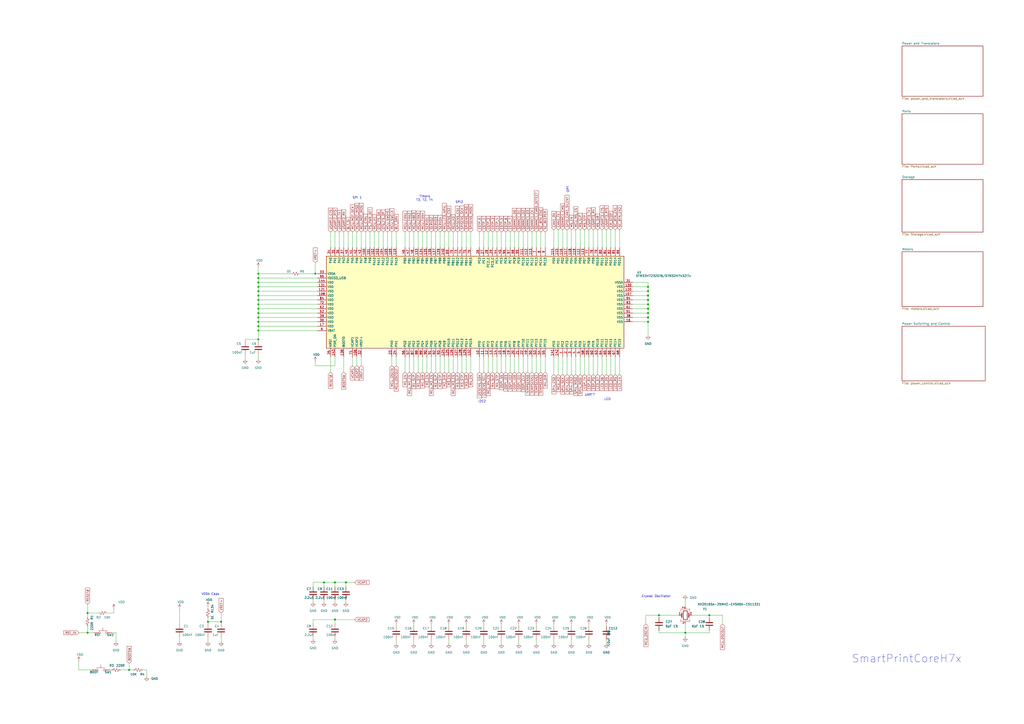
<source format=kicad_sch>
(kicad_sch (version 20230121) (generator eeschema)
  (paper "A2")
  (title_block (title "MCU and Supporting Circuit") (date "2024-01-18") (rev "1") (company "Boltz R&D") (comment 1 "License: This work is licensed under CC BY-SA 4.0 "))
  (junction (at 375.92 184.15))
  (junction (at 411.48 356.87))
  (junction (at 194.31 337.82))
  (junction (at 397.51 367.03))
  (junction (at 375.92 168.91))
  (junction (at 375.92 181.61))
  (junction (at 149.86 166.37))
  (junction (at 149.86 181.61))
  (junction (at 149.86 186.69))
  (junction (at 375.92 171.45))
  (junction (at 74.93 388.62))
  (junction (at 149.86 158.75))
  (junction (at 149.86 168.91))
  (junction (at 149.86 179.07))
  (junction (at 149.86 184.15))
  (junction (at 149.86 163.83))
  (junction (at 149.86 173.99))
  (junction (at 187.96 337.82))
  (junction (at 375.92 186.69))
  (junction (at 182.88 158.75))
  (junction (at 50.8 367.03))
  (junction (at 50.8 355.6))
  (junction (at 375.92 166.37))
  (junction (at 149.86 196.85))
  (junction (at 149.86 176.53))
  (junction (at 149.86 191.77))
  (junction (at 200.66 337.82))
  (junction (at 382.27 356.87))
  (junction (at 128.27 360.68))
  (junction (at 194.31 359.41))
  (junction (at 120.65 360.68))
  (junction (at 149.86 161.29))
  (junction (at 375.92 173.99))
  (junction (at 375.92 176.53))
  (junction (at 375.92 179.07))
  (junction (at 149.86 171.45))
  (junction (at 149.86 189.23))
  (wire (pts (xy 194.31 337.82) (xy 200.66 337.82)))
  (wire (pts (xy 128.27 355.6) (xy 128.27 360.68)))
  (wire (pts (xy 375.92 186.69) (xy 375.92 194.31)))
  (wire (pts (xy 356.87 217.17) (xy 356.87 207.01)))
  (wire (pts (xy 270.51 373.38) (xy 270.51 370.84)))
  (wire (pts (xy 339.09 217.17) (xy 339.09 207.01)))
  (wire (pts (xy 181.61 340.36) (xy 181.61 337.82)))
  (wire (pts (xy 240.03 134.62) (xy 240.03 143.51)))
  (wire (pts (xy 375.92 184.15) (xy 367.03 184.15)))
  (wire (pts (xy 181.61 361.95) (xy 181.61 359.41)))
  (wire (pts (xy 260.35 361.95) (xy 260.35 363.22)))
  (wire (pts (xy 212.09 134.62) (xy 212.09 143.51)))
  (wire (pts (xy 375.92 168.91) (xy 375.92 166.37)))
  (wire (pts (xy 149.86 166.37) (xy 184.15 166.37)))
  (wire (pts (xy 207.01 134.62) (xy 207.01 143.51)))
  (wire (pts (xy 331.47 133.35) (xy 331.47 143.51)))
  (wire (pts (xy 316.23 215.9) (xy 316.23 207.01)))
  (wire (pts (xy 194.31 370.84) (xy 194.31 369.57)))
  (wire (pts (xy 300.99 215.9) (xy 300.99 207.01)))
  (wire (pts (xy 199.39 134.62) (xy 199.39 143.51)))
  (wire (pts (xy 142.24 196.85) (xy 149.86 196.85)))
  (wire (pts (xy 339.09 133.35) (xy 339.09 143.51)))
  (wire (pts (xy 326.39 133.35) (xy 326.39 143.51)))
  (wire (pts (xy 290.83 134.62) (xy 290.83 143.51)))
  (wire (pts (xy 104.14 353.06) (xy 104.14 361.95)))
  (wire (pts (xy 397.51 367.03) (xy 397.51 369.57)))
  (wire (pts (xy 334.01 217.17) (xy 334.01 207.01)))
  (wire (pts (xy 273.05 215.9) (xy 273.05 207.01)))
  (wire (pts (xy 50.8 355.6) (xy 50.8 358.14)))
  (wire (pts (xy 182.88 158.75) (xy 184.15 158.75)))
  (wire (pts (xy 313.69 207.01) (xy 313.69 215.9)))
  (wire (pts (xy 194.31 134.62) (xy 194.31 143.51)))
  (wire (pts (xy 149.86 161.29) (xy 149.86 163.83)))
  (wire (pts (xy 260.35 215.9) (xy 260.35 207.01)))
  (wire (pts (xy 149.86 166.37) (xy 149.86 168.91)))
  (wire (pts (xy 375.92 181.61) (xy 367.03 181.61)))
  (wire (pts (xy 149.86 158.75) (xy 168.91 158.75)))
  (wire (pts (xy 149.86 184.15) (xy 184.15 184.15)))
  (wire (pts (xy 64.77 388.62) (xy 63.5 388.62)))
  (wire (pts (xy 54.61 367.03) (xy 50.8 367.03)))
  (wire (pts (xy 149.86 181.61) (xy 149.86 184.15)))
  (wire (pts (xy 293.37 134.62) (xy 293.37 143.51)))
  (wire (pts (xy 240.03 215.9) (xy 240.03 207.01)))
  (wire (pts (xy 382.27 365.76) (xy 382.27 367.03)))
  (wire (pts (xy 283.21 215.9) (xy 283.21 207.01)))
  (wire (pts (xy 149.86 163.83) (xy 184.15 163.83)))
  (wire (pts (xy 280.67 215.9) (xy 280.67 207.01)))
  (wire (pts (xy 356.87 143.51) (xy 356.87 133.35)))
  (wire (pts (xy 149.86 176.53) (xy 149.86 179.07)))
  (wire (pts (xy 237.49 215.9) (xy 237.49 207.01)))
  (wire (pts (xy 375.92 181.61) (xy 375.92 179.07)))
  (wire (pts (xy 128.27 369.57) (xy 128.27 372.11)))
  (wire (pts (xy 419.1 361.95) (xy 419.1 356.87)))
  (wire (pts (xy 401.32 356.87) (xy 411.48 356.87)))
  (wire (pts (xy 149.86 181.61) (xy 184.15 181.61)))
  (wire (pts (xy 250.19 215.9) (xy 250.19 207.01)))
  (wire (pts (xy 270.51 361.95) (xy 270.51 363.22)))
  (wire (pts (xy 66.04 353.06) (xy 66.04 355.6)))
  (wire (pts (xy 191.77 134.62) (xy 191.77 143.51)))
  (wire (pts (xy 234.95 215.9) (xy 234.95 207.01)))
  (wire (pts (xy 346.71 217.17) (xy 346.71 207.01)))
  (wire (pts (xy 336.55 133.35) (xy 336.55 143.51)))
  (wire (pts (xy 181.61 337.82) (xy 187.96 337.82)))
  (wire (pts (xy 351.79 361.95) (xy 351.79 363.22)))
  (wire (pts (xy 45.72 388.62) (xy 53.34 388.62)))
  (wire (pts (xy 262.89 215.9) (xy 262.89 207.01)))
  (wire (pts (xy 300.99 134.62) (xy 300.99 143.51)))
  (wire (pts (xy 194.31 349.25) (xy 194.31 347.98)))
  (wire (pts (xy 316.23 134.62) (xy 316.23 143.51)))
  (wire (pts (xy 354.33 217.17) (xy 354.33 207.01)))
  (wire (pts (xy 149.86 205.74) (xy 149.86 208.28)))
  (wire (pts (xy 411.48 367.03) (xy 397.51 367.03)))
  (wire (pts (xy 285.75 215.9) (xy 285.75 207.01)))
  (wire (pts (xy 204.47 212.09) (xy 204.47 207.01)))
  (wire (pts (xy 120.65 351.79) (xy 120.65 353.06)))
  (wire (pts (xy 149.86 168.91) (xy 149.86 171.45)))
  (wire (pts (xy 349.25 217.17) (xy 349.25 207.01)))
  (wire (pts (xy 67.31 367.03) (xy 67.31 372.11)))
  (wire (pts (xy 149.86 189.23) (xy 149.86 191.77)))
  (wire (pts (xy 149.86 184.15) (xy 149.86 186.69)))
  (wire (pts (xy 50.8 350.52) (xy 50.8 355.6)))
  (wire (pts (xy 229.87 207.01) (xy 229.87 212.09)))
  (wire (pts (xy 149.86 161.29) (xy 184.15 161.29)))
  (wire (pts (xy 260.35 134.62) (xy 260.35 143.51)))
  (wire (pts (xy 149.86 186.69) (xy 184.15 186.69)))
  (wire (pts (xy 50.8 363.22) (xy 50.8 367.03)))
  (wire (pts (xy 308.61 207.01) (xy 308.61 215.9)))
  (wire (pts (xy 66.04 355.6) (xy 62.23 355.6)))
  (wire (pts (xy 194.31 359.41) (xy 194.31 361.95)))
  (wire (pts (xy 227.33 134.62) (xy 227.33 143.51)))
  (wire (pts (xy 120.65 360.68) (xy 128.27 360.68)))
  (wire (pts (xy 311.15 207.01) (xy 311.15 215.9)))
  (wire (pts (xy 257.81 134.62) (xy 257.81 143.51)))
  (wire (pts (xy 375.92 171.45) (xy 367.03 171.45)))
  (wire (pts (xy 200.66 337.82) (xy 200.66 340.36)))
  (wire (pts (xy 149.86 163.83) (xy 149.86 166.37)))
  (wire (pts (xy 303.53 134.62) (xy 303.53 143.51)))
  (wire (pts (xy 306.07 207.01) (xy 306.07 215.9)))
  (wire (pts (xy 257.81 215.9) (xy 257.81 207.01)))
  (wire (pts (xy 306.07 134.62) (xy 306.07 143.51)))
  (wire (pts (xy 149.86 196.85) (xy 149.86 198.12)))
  (wire (pts (xy 375.92 179.07) (xy 367.03 179.07)))
  (wire (pts (xy 149.86 173.99) (xy 149.86 176.53)))
  (wire (pts (xy 311.15 373.38) (xy 311.15 370.84)))
  (wire (pts (xy 181.61 359.41) (xy 194.31 359.41)))
  (wire (pts (xy 288.29 215.9) (xy 288.29 207.01)))
  (wire (pts (xy 411.48 365.76) (xy 411.48 367.03)))
  (wire (pts (xy 214.63 134.62) (xy 214.63 143.51)))
  (wire (pts (xy 242.57 215.9) (xy 242.57 207.01)))
  (wire (pts (xy 224.79 134.62) (xy 224.79 143.51)))
  (wire (pts (xy 298.45 134.62) (xy 298.45 143.51)))
  (wire (pts (xy 181.61 347.98) (xy 181.61 349.25)))
  (wire (pts (xy 290.83 373.38) (xy 290.83 370.84)))
  (wire (pts (xy 280.67 361.95) (xy 280.67 363.22)))
  (wire (pts (xy 375.92 176.53) (xy 367.03 176.53)))
  (wire (pts (xy 222.25 134.62) (xy 222.25 143.51)))
  (wire (pts (xy 149.86 186.69) (xy 149.86 189.23)))
  (wire (pts (xy 295.91 215.9) (xy 295.91 207.01)))
  (wire (pts (xy 354.33 143.51) (xy 354.33 133.35)))
  (wire (pts (xy 149.86 168.91) (xy 184.15 168.91)))
  (wire (pts (xy 270.51 134.62) (xy 270.51 143.51)))
  (wire (pts (xy 200.66 337.82) (xy 205.74 337.82)))
  (wire (pts (xy 187.96 337.82) (xy 187.96 340.36)))
  (wire (pts (xy 250.19 373.38) (xy 250.19 370.84)))
  (wire (pts (xy 255.27 215.9) (xy 255.27 207.01)))
  (wire (pts (xy 149.86 179.07) (xy 149.86 181.61)))
  (wire (pts (xy 300.99 373.38) (xy 300.99 370.84)))
  (wire (pts (xy 260.35 373.38) (xy 260.35 370.84)))
  (wire (pts (xy 250.19 361.95) (xy 250.19 363.22)))
  (wire (pts (xy 149.86 158.75) (xy 149.86 161.29)))
  (wire (pts (xy 311.15 134.62) (xy 311.15 143.51)))
  (wire (pts (xy 341.63 361.95) (xy 341.63 363.22)))
  (wire (pts (xy 149.86 189.23) (xy 184.15 189.23)))
  (wire (pts (xy 182.88 212.09) (xy 182.88 209.55)))
  (wire (pts (xy 321.31 133.35) (xy 321.31 143.51)))
  (wire (pts (xy 280.67 134.62) (xy 280.67 143.51)))
  (wire (pts (xy 375.92 173.99) (xy 367.03 173.99)))
  (wire (pts (xy 182.88 152.4) (xy 182.88 158.75)))
  (wire (pts (xy 149.86 176.53) (xy 184.15 176.53)))
  (wire (pts (xy 64.77 367.03) (xy 67.31 367.03)))
  (wire (pts (xy 120.65 372.11) (xy 120.65 369.57)))
  (wire (pts (xy 229.87 134.62) (xy 229.87 143.51)))
  (wire (pts (xy 303.53 215.9) (xy 303.53 207.01)))
  (wire (pts (xy 209.55 134.62) (xy 209.55 143.51)))
  (wire (pts (xy 411.48 356.87) (xy 411.48 358.14)))
  (wire (pts (xy 204.47 134.62) (xy 204.47 143.51)))
  (wire (pts (xy 323.85 207.01) (xy 323.85 217.17)))
  (wire (pts (xy 240.03 373.38) (xy 240.03 370.84)))
  (wire (pts (xy 149.86 179.07) (xy 184.15 179.07)))
  (wire (pts (xy 142.24 208.28) (xy 142.24 205.74)))
  (wire (pts (xy 375.92 184.15) (xy 375.92 181.61)))
  (wire (pts (xy 69.85 388.62) (xy 74.93 388.62)))
  (wire (pts (xy 262.89 134.62) (xy 262.89 143.51)))
  (wire (pts (xy 283.21 134.62) (xy 283.21 143.51)))
  (wire (pts (xy 85.09 388.62) (xy 85.09 392.43)))
  (wire (pts (xy 334.01 133.35) (xy 334.01 143.51)))
  (wire (pts (xy 149.86 154.94) (xy 149.86 158.75)))
  (wire (pts (xy 336.55 217.17) (xy 336.55 207.01)))
  (wire (pts (xy 397.51 361.95) (xy 397.51 367.03)))
  (wire (pts (xy 341.63 373.38) (xy 341.63 370.84)))
  (wire (pts (xy 331.47 373.38) (xy 331.47 370.84)))
  (wire (pts (xy 247.65 215.9) (xy 247.65 207.01)))
  (wire (pts (xy 293.37 215.9) (xy 293.37 207.01)))
  (wire (pts (xy 308.61 134.62) (xy 308.61 143.51)))
  (wire (pts (xy 250.19 134.62) (xy 250.19 143.51)))
  (wire (pts (xy 298.45 215.9) (xy 298.45 207.01)))
  (wire (pts (xy 217.17 134.62) (xy 217.17 143.51)))
  (wire (pts (xy 331.47 361.95) (xy 331.47 363.22)))
  (wire (pts (xy 237.49 134.62) (xy 237.49 143.51)))
  (wire (pts (xy 328.93 143.51) (xy 328.93 133.35)))
  (wire (pts (xy 326.39 217.17) (xy 326.39 207.01)))
  (wire (pts (xy 278.13 134.62) (xy 278.13 143.51)))
  (wire (pts (xy 229.87 361.95) (xy 229.87 363.22)))
  (wire (pts (xy 149.86 191.77) (xy 184.15 191.77)))
  (wire (pts (xy 273.05 134.62) (xy 273.05 143.51)))
  (wire (pts (xy 201.93 134.62) (xy 201.93 143.51)))
  (wire (pts (xy 229.87 373.38) (xy 229.87 370.84)))
  (wire (pts (xy 351.79 373.38) (xy 351.79 370.84)))
  (wire (pts (xy 149.86 171.45) (xy 184.15 171.45)))
  (wire (pts (xy 181.61 369.57) (xy 181.61 370.84)))
  (wire (pts (xy 375.92 186.69) (xy 375.92 184.15)))
  (wire (pts (xy 240.03 361.95) (xy 240.03 363.22)))
  (wire (pts (xy 341.63 217.17) (xy 341.63 207.01)))
  (wire (pts (xy 311.15 361.95) (xy 311.15 363.22)))
  (wire (pts (xy 194.31 207.01) (xy 194.31 212.09)))
  (wire (pts (xy 194.31 337.82) (xy 194.31 340.36)))
  (wire (pts (xy 270.51 215.9) (xy 270.51 207.01)))
  (wire (pts (xy 82.55 388.62) (xy 85.09 388.62)))
  (wire (pts (xy 359.41 217.17) (xy 359.41 207.01)))
  (wire (pts (xy 375.92 166.37) (xy 367.03 166.37)))
  (wire (pts (xy 300.99 361.95) (xy 300.99 363.22)))
  (wire (pts (xy 321.31 373.38) (xy 321.31 370.84)))
  (wire (pts (xy 245.11 215.9) (xy 245.11 207.01)))
  (wire (pts (xy 382.27 367.03) (xy 397.51 367.03)))
  (wire (pts (xy 242.57 134.62) (xy 242.57 143.51)))
  (wire (pts (xy 247.65 134.62) (xy 247.65 143.51)))
  (wire (pts (xy 74.93 388.62) (xy 77.47 388.62)))
  (wire (pts (xy 290.83 215.9) (xy 290.83 207.01)))
  (wire (pts (xy 149.86 171.45) (xy 149.86 173.99)))
  (wire (pts (xy 128.27 360.68) (xy 128.27 361.95)))
  (wire (pts (xy 280.67 373.38) (xy 280.67 370.84)))
  (wire (pts (xy 194.31 359.41) (xy 205.74 359.41)))
  (wire (pts (xy 207.01 207.01) (xy 207.01 212.09)))
  (wire (pts (xy 173.99 158.75) (xy 182.88 158.75)))
  (wire (pts (xy 267.97 215.9) (xy 267.97 207.01)))
  (wire (pts (xy 196.85 134.62) (xy 196.85 143.51)))
  (wire (pts (xy 255.27 134.62) (xy 255.27 143.51)))
  (wire (pts (xy 285.75 134.62) (xy 285.75 143.51)))
  (wire (pts (xy 187.96 347.98) (xy 187.96 349.25)))
  (wire (pts (xy 234.95 134.62) (xy 234.95 143.51)))
  (wire (pts (xy 375.92 173.99) (xy 375.92 171.45)))
  (wire (pts (xy 265.43 134.62) (xy 265.43 143.51)))
  (wire (pts (xy 199.39 207.01) (xy 199.39 215.9)))
  (wire (pts (xy 331.47 207.01) (xy 331.47 217.17)))
  (wire (pts (xy 288.29 134.62) (xy 288.29 143.51)))
  (wire (pts (xy 321.31 361.95) (xy 321.31 363.22)))
  (wire (pts (xy 252.73 134.62) (xy 252.73 143.51)))
  (wire (pts (xy 104.14 372.11) (xy 104.14 369.57)))
  (wire (pts (xy 245.11 134.62) (xy 245.11 143.51)))
  (wire (pts (xy 419.1 356.87) (xy 411.48 356.87)))
  (wire (pts (xy 375.92 171.45) (xy 375.92 168.91)))
  (wire (pts (xy 227.33 207.01) (xy 227.33 212.09)))
  (wire (pts (xy 74.93 384.81) (xy 74.93 388.62)))
  (wire (pts (xy 45.72 367.03) (xy 50.8 367.03)))
  (wire (pts (xy 252.73 215.9) (xy 252.73 207.01)))
  (wire (pts (xy 359.41 143.51) (xy 359.41 133.35)))
  (wire (pts (xy 393.7 356.87) (xy 382.27 356.87)))
  (wire (pts (xy 375.92 168.91) (xy 367.03 168.91)))
  (wire (pts (xy 351.79 133.35) (xy 351.79 143.51)))
  (wire (pts (xy 375.92 179.07) (xy 375.92 176.53)))
  (wire (pts (xy 120.65 358.14) (xy 120.65 360.68)))
  (wire (pts (xy 295.91 134.62) (xy 295.91 143.51)))
  (wire (pts (xy 328.93 207.01) (xy 328.93 217.17)))
  (wire (pts (xy 346.71 133.35) (xy 346.71 143.51)))
  (wire (pts (xy 375.92 166.37) (xy 375.92 163.83)))
  (wire (pts (xy 265.43 215.9) (xy 265.43 207.01)))
  (wire (pts (xy 120.65 361.95) (xy 120.65 360.68)))
  (wire (pts (xy 321.31 207.01) (xy 321.31 217.17)))
  (wire (pts (xy 191.77 207.01) (xy 191.77 215.9)))
  (wire (pts (xy 375.92 176.53) (xy 375.92 173.99)))
  (wire (pts (xy 45.72 383.54) (xy 45.72 388.62)))
  (wire (pts (xy 382.27 356.87) (xy 382.27 358.14)))
  (wire (pts (xy 290.83 361.95) (xy 290.83 363.22)))
  (wire (pts (xy 375.92 163.83) (xy 367.03 163.83)))
  (wire (pts (xy 200.66 349.25) (xy 200.66 347.98)))
  (wire (pts (xy 149.86 191.77) (xy 149.86 196.85)))
  (wire (pts (xy 351.79 217.17) (xy 351.79 207.01)))
  (wire (pts (xy 149.86 173.99) (xy 184.15 173.99)))
  (wire (pts (xy 209.55 207.01) (xy 209.55 212.09)))
  (wire (pts (xy 194.31 212.09) (xy 182.88 212.09)))
  (wire (pts (xy 219.71 134.62) (xy 219.71 143.51)))
  (wire (pts (xy 278.13 215.9) (xy 278.13 207.01)))
  (wire (pts (xy 341.63 133.35) (xy 341.63 143.51)))
  (wire (pts (xy 344.17 217.17) (xy 344.17 207.01)))
  (wire (pts (xy 374.65 361.95) (xy 374.65 356.87)))
  (wire (pts (xy 187.96 337.82) (xy 194.31 337.82)))
  (wire (pts (xy 374.65 356.87) (xy 382.27 356.87)))
  (wire (pts (xy 313.69 134.62) (xy 313.69 143.51)))
  (wire (pts (xy 344.17 133.35) (xy 344.17 143.51)))
  (wire (pts (xy 349.25 133.35) (xy 349.25 143.51)))
  (wire (pts (xy 142.24 198.12) (xy 142.24 196.85)))
  (wire (pts (xy 375.92 186.69) (xy 367.03 186.69)))
  (wire (pts (xy 397.51 347.98) (xy 397.51 351.79)))
  (wire (pts (xy 267.97 134.62) (xy 267.97 143.51)))
  (wire (pts (xy 50.8 355.6) (xy 57.15 355.6)))
  (wire (pts (xy 323.85 133.35) (xy 323.85 143.51)))
  (text "SPI2" (at 264.16 118.11 0) (effects (font (size 1.27 1.27)) (justify left bottom)))
  (text "Crystal Oscillator" (at 372.11 346.71 0) (effects (font (size 1.27 1.27)) (justify left bottom)))
  (text "SPI 1" (at 204.47 115.57 0) (effects (font (size 1.27 1.27)) (justify left bottom)))
  (text "  Timers\nT3, T2, T4" (at 241.3 116.84 0) (effects (font (size 1.27 1.27)) (justify left bottom)))
  (text "UART7" (at 339.09 229.87 0) (effects (font (size 1.27 1.27)) (justify left bottom)))
  (text "OPT" (at 330.2 111.76 90) (effects (font (size 1.27 1.27)) (justify left bottom)))
  (text "I2C2" (at 281.94 233.68 0) (effects (font (size 1.27 1.27)) (justify right bottom)))
  (text "SmartPrintCoreH7x" (at 494.03 384.81 0) (effects (font (size 4.5 4.5)) (justify left bottom)))
  (text "VDDA Caps" (at 116.84 345.44 0) (effects (font (size 1.27 1.27)) (justify left bottom)))
  (text "LCD" (at 350.52 232.41 0) (effects (font (size 1.27 1.27)) (justify left bottom)))
  (global_label "LCD_D7" (shape input) (at 346.71 217.17 270) (property "Intersheetrefs" "${INTERSHEET_REFS}" (effects hide)))
  (global_label "M1_DIR" (shape input) (at 245.11 215.9 270) (property "Intersheetrefs" "${INTERSHEET_REFS}" (effects hide)))
  (global_label "MCU_HBED" (shape input) (at 240.03 134.62 90) (property "Intersheetrefs" "${INTERSHEET_REFS}" (effects hide)))
  (global_label "OSPI_IO2" (shape input) (at 295.91 215.9 270) (property "Intersheetrefs" "${INTERSHEET_REFS}" (effects hide)))
  (global_label "SDMMC1_D0" (shape input) (at 298.45 134.62 90) (property "Intersheetrefs" "${INTERSHEET_REFS}" (effects hide)))
  (global_label "MCU_H1" (shape input) (at 217.17 134.62 90) (property "Intersheetrefs" "${INTERSHEET_REFS}" (effects hide)))
  (global_label "ESP_PD" (shape input) (at 344.17 217.17 270) (property "Intersheetrefs" "${INTERSHEET_REFS}" (effects hide)))
  (global_label "SDMMC1_CMD" (shape input) (at 326.39 133.35 90) (property "Intersheetrefs" "${INTERSHEET_REFS}" (effects hide)))
  (global_label "SERVO2" (shape input) (at 250.19 134.62 90) (property "Intersheetrefs" "${INTERSHEET_REFS}" (effects hide)))
  (global_label "SPI4_CS0" (shape input) (at 321.31 217.17 270) (property "Intersheetrefs" "${INTERSHEET_REFS}" (effects hide)))
  (global_label "VCAP1" (shape input) (at 205.74 337.82 0) (property "Intersheetrefs" "${INTERSHEET_REFS}" (effects hide)))
  (global_label "MCU_FAN3" (shape input) (at 242.57 134.62 90) (property "Intersheetrefs" "${INTERSHEET_REFS}" (effects hide)))
  (global_label "M3_STP" (shape input) (at 267.97 215.9 270) (property "Intersheetrefs" "${INTERSHEET_REFS}" (effects hide)))
  (global_label "ESTP_7" (shape input) (at 295.91 134.62 90) (property "Intersheetrefs" "${INTERSHEET_REFS}" (effects hide)))
  (global_label "MCU_MOT_MISO" (shape input) (at 207.01 134.62 90) (property "Intersheetrefs" "${INTERSHEET_REFS}" (effects hide)))
  (global_label "M5_DIR" (shape input) (at 346.71 133.35 90) (property "Intersheetrefs" "${INTERSHEET_REFS}" (effects hide)))
  (global_label "USART3_TX" (shape input) (at 341.63 133.35 90) (property "Intersheetrefs" "${INTERSHEET_REFS}" (effects hide)))
  (global_label "MCU_SWDIO" (shape input) (at 224.79 134.62 90) (property "Intersheetrefs" "${INTERSHEET_REFS}" (effects hide)))
  (global_label "ESTP_1" (shape input) (at 280.67 134.62 90) (property "Intersheetrefs" "${INTERSHEET_REFS}" (effects hide)))
  (global_label "MCU_MOT_MOSI" (shape input) (at 209.55 134.62 90) (property "Intersheetrefs" "${INTERSHEET_REFS}" (effects hide)))
  (global_label "OTG_FS_DP" (shape input) (at 222.25 134.62 90) (property "Intersheetrefs" "${INTERSHEET_REFS}" (effects hide)))
  (global_label "MCU_OSCOUT" (shape input) (at 419.1 361.95 270) (property "Intersheetrefs" "${INTERSHEET_REFS}" (effects hide)))
  (global_label "MCU_FAN4" (shape input) (at 245.11 134.62 90) (property "Intersheetrefs" "${INTERSHEET_REFS}" (effects hide)))
  (global_label "M1_SLP" (shape input) (at 240.03 215.9 270) (property "Intersheetrefs" "${INTERSHEET_REFS}" (effects hide)))
  (global_label "SC_BTN_EN1" (shape input) (at 356.87 133.35 90) (property "Intersheetrefs" "${INTERSHEET_REFS}" (effects hide)))
  (global_label "SERVO4" (shape input) (at 255.27 134.62 90) (property "Intersheetrefs" "${INTERSHEET_REFS}" (effects hide)))
  (global_label "SPI4_MOSI" (shape input) (at 336.55 217.17 270) (property "Intersheetrefs" "${INTERSHEET_REFS}" (effects hide)))
  (global_label "LCD_D4" (shape input) (at 354.33 217.17 270) (property "Intersheetrefs" "${INTERSHEET_REFS}" (effects hide)))
  (global_label "MCU_OSCIN" (shape input) (at 227.33 212.09 270) (property "Intersheetrefs" "${INTERSHEET_REFS}" (effects hide)))
  (global_label "VREF+" (shape input) (at 128.27 355.6 90) (property "Intersheetrefs" "${INTERSHEET_REFS}" (effects hide)))
  (global_label "LCD_EN" (shape input) (at 359.41 217.17 270) (property "Intersheetrefs" "${INTERSHEET_REFS}" (effects hide)))
  (global_label "OSPI_CLK" (shape input) (at 303.53 215.9 270) (property "Intersheetrefs" "${INTERSHEET_REFS}" (effects hide)))
  (global_label "MCU_FAN1" (shape input) (at 234.95 134.62 90) (property "Intersheetrefs" "${INTERSHEET_REFS}" (effects hide)))
  (global_label "RESET#" (shape input) (at 50.8 350.52 90) (property "Intersheetrefs" "${INTERSHEET_REFS}" (effects hide)))
  (global_label "ESTP_2" (shape input) (at 283.21 134.62 90) (property "Intersheetrefs" "${INTERSHEET_REFS}" (effects hide)))
  (global_label "SDMMC1_CARD_DETECT" (shape input) (at 311.15 134.62 90) (property "Intersheetrefs" "${INTERSHEET_REFS}" (effects hide)))
  (global_label "M2_SLP" (shape input) (at 252.73 215.9 270) (property "Intersheetrefs" "${INTERSHEET_REFS}" (effects hide)))
  (global_label "M4_DIR" (shape input) (at 316.23 215.9 270) (property "Intersheetrefs" "${INTERSHEET_REFS}" (effects hide)))
  (global_label "SPI4_MISO" (shape input) (at 334.01 217.17 270) (property "Intersheetrefs" "${INTERSHEET_REFS}" (effects hide)))
  (global_label "RESET#" (shape input) (at 191.77 215.9 270) (property "Intersheetrefs" "${INTERSHEET_REFS}" (effects hide)))
  (global_label "GPIO_CAN1_SILENT" (shape input) (at 328.93 133.35 90) (property "Intersheetrefs" "${INTERSHEET_REFS}" (effects hide)))
  (global_label "ESP_TX" (shape input) (at 339.09 217.17 270) (property "Intersheetrefs" "${INTERSHEET_REFS}" (effects hide)))
  (global_label "SPISENS_CS1" (shape input) (at 265.43 134.62 90) (property "Intersheetrefs" "${INTERSHEET_REFS}" (effects hide)))
  (global_label "M5_STP" (shape input) (at 339.09 133.35 90) (property "Intersheetrefs" "${INTERSHEET_REFS}" (effects hide)))
  (global_label "M4_SLP" (shape input) (at 285.75 215.9 270) (property "Intersheetrefs" "${INTERSHEET_REFS}" (effects hide)))
  (global_label "ESTP_0" (shape input) (at 278.13 134.62 90) (property "Intersheetrefs" "${INTERSHEET_REFS}" (effects hide)))
  (global_label "M5_EN" (shape input) (at 331.47 133.35 90) (property "Intersheetrefs" "${INTERSHEET_REFS}" (effects hide)))
  (global_label "ESTP_3" (shape input) (at 285.75 134.62 90) (property "Intersheetrefs" "${INTERSHEET_REFS}" (effects hide)))
  (global_label "M3_SLP" (shape input) (at 265.43 215.9 270) (property "Intersheetrefs" "${INTERSHEET_REFS}" (effects hide)))
  (global_label "OSPI_IO3" (shape input) (at 293.37 215.9 270) (property "Intersheetrefs" "${INTERSHEET_REFS}" (effects hide)))
  (global_label "SDMMC1_D1" (shape input) (at 300.99 134.62 90) (property "Intersheetrefs" "${INTERSHEET_REFS}" (effects hide)))
  (global_label "USART3_RTS" (shape input) (at 351.79 133.35 90) (property "Intersheetrefs" "${INTERSHEET_REFS}" (effects hide)))
  (global_label "SERVO1" (shape input) (at 247.65 134.62 90) (property "Intersheetrefs" "${INTERSHEET_REFS}" (effects hide)))
  (global_label "VREF+" (shape input) (at 182.88 152.4 90) (property "Intersheetrefs" "${INTERSHEET_REFS}" (effects hide)))
  (global_label "SDMMC1_D3" (shape input) (at 306.07 134.62 90) (property "Intersheetrefs" "${INTERSHEET_REFS}" (effects hide)))
  (global_label "BLT_SI" (shape input) (at 201.93 134.62 90) (property "Intersheetrefs" "${INTERSHEET_REFS}" (effects hide)))
  (global_label "TEMPSENS0" (shape input) (at 306.07 215.9 270) (property "Intersheetrefs" "${INTERSHEET_REFS}" (effects hide)))
  (global_label "MCU_M4_CS" (shape input) (at 283.21 215.9 270) (property "Intersheetrefs" "${INTERSHEET_REFS}" (effects hide)))
  (global_label "SERVO3" (shape input) (at 252.73 134.62 90) (property "Intersheetrefs" "${INTERSHEET_REFS}" (effects hide)))
  (global_label "BLT_SRV" (shape input) (at 229.87 134.62 90) (property "Intersheetrefs" "${INTERSHEET_REFS}" (effects hide)))
  (global_label "VCAP1" (shape input) (at 204.47 212.09 270) (property "Intersheetrefs" "${INTERSHEET_REFS}" (effects hide)))
  (global_label "MCU_M5_CS" (shape input) (at 334.01 133.35 90) (property "Intersheetrefs" "${INTERSHEET_REFS}" (effects hide)))
  (global_label "OSPI_IO1" (shape input) (at 300.99 215.9 270) (property "Intersheetrefs" "${INTERSHEET_REFS}" (effects hide)))
  (global_label "SC_BTN_ENC" (shape input) (at 313.69 134.62 90) (property "Intersheetrefs" "${INTERSHEET_REFS}" (effects hide)))
  (global_label "CAN1_TX" (shape input) (at 323.85 133.35 90) (property "Intersheetrefs" "${INTERSHEET_REFS}" (effects hide)))
  (global_label "MCU_OSCIN" (shape input) (at 374.65 361.95 270) (property "Intersheetrefs" "${INTERSHEET_REFS}" (effects hide)))
  (global_label "SDMMC1_D2" (shape input) (at 303.53 134.62 90) (property "Intersheetrefs" "${INTERSHEET_REFS}" (effects hide)))
  (global_label "LCD_D6" (shape input) (at 349.25 217.17 270) (property "Intersheetrefs" "${INTERSHEET_REFS}" (effects hide)))
  (global_label "M2_EN" (shape input) (at 247.65 215.9 270) (property "Intersheetrefs" "${INTERSHEET_REFS}" (effects hide)))
  (global_label "MCU_M1_CS" (shape input) (at 237.49 215.9 270) (property "Intersheetrefs" "${INTERSHEET_REFS}" (effects hide)))
  (global_label "OSPI_IO0" (shape input) (at 298.45 215.9 270) (property "Intersheetrefs" "${INTERSHEET_REFS}" (effects hide)))
  (global_label "VCAP2" (shape input) (at 205.74 359.41 0) (property "Intersheetrefs" "${INTERSHEET_REFS}" (effects hide)))
  (global_label "EM_STOP" (shape input) (at 354.33 133.35 90) (property "Intersheetrefs" "${INTERSHEET_REFS}" (effects hide)))
  (global_label "SDMMC1_CK" (shape input) (at 308.61 134.62 90) (property "Intersheetrefs" "${INTERSHEET_REFS}" (effects hide)))
  (global_label "USART2_CTS" (shape input) (at 191.77 134.62 90) (property "Intersheetrefs" "${INTERSHEET_REFS}" (effects hide)))
  (global_label "PS_PWR_DET" (shape input) (at 214.63 134.62 90) (property "Intersheetrefs" "${INTERSHEET_REFS}" (effects hide)))
  (global_label "VREF+" (shape input) (at 209.55 212.09 270) (property "Intersheetrefs" "${INTERSHEET_REFS}" (effects hide)))
  (global_label "ESTP_6" (shape input) (at 293.37 134.62 90) (property "Intersheetrefs" "${INTERSHEET_REFS}" (effects hide)))
  (global_label "M3_DIR" (shape input) (at 270.51 215.9 270) (property "Intersheetrefs" "${INTERSHEET_REFS}" (effects hide)))
  (global_label "MCU_LED_NPXL" (shape input) (at 257.81 134.62 90) (property "Intersheetrefs" "${INTERSHEET_REFS}" (effects hide)))
  (global_label "MCU_H2" (shape input) (at 323.85 217.17 270) (property "Intersheetrefs" "${INTERSHEET_REFS}" (effects hide)))
  (global_label "MCU_H3" (shape input) (at 262.89 134.62 90) (property "Intersheetrefs" "${INTERSHEET_REFS}" (effects hide)))
  (global_label "M1_STP" (shape input) (at 242.57 215.9 270) (property "Intersheetrefs" "${INTERSHEET_REFS}" (effects hide)))
  (global_label "M2_STP" (shape input) (at 255.27 215.9 270) (property "Intersheetrefs" "${INTERSHEET_REFS}" (effects hide)))
  (global_label "BOOTSW" (shape input) (at 74.93 384.81 90) (property "Intersheetrefs" "${INTERSHEET_REFS}" (effects hide)))
  (global_label "SPISENS_SCK" (shape input) (at 267.97 134.62 90) (property "Intersheetrefs" "${INTERSHEET_REFS}" (effects hide)))
  (global_label "USART2_RTS" (shape input) (at 194.31 134.62 90) (property "Intersheetrefs" "${INTERSHEET_REFS}" (effects hide)))
  (global_label "VCAP2" (shape input) (at 207.01 212.09 270) (property "Intersheetrefs" "${INTERSHEET_REFS}" (effects hide)))
  (global_label "SC_BTN_EN2" (shape input) (at 359.41 133.35 90) (property "Intersheetrefs" "${INTERSHEET_REFS}" (effects hide)))
  (global_label "USART3_RX" (shape input) (at 344.17 133.35 90) (property "Intersheetrefs" "${INTERSHEET_REFS}" (effects hide)))
  (global_label "PS_CTRL" (shape input) (at 212.09 134.62 90) (property "Intersheetrefs" "${INTERSHEET_REFS}" (effects hide)))
  (global_label "MCU_M3_CS" (shape input) (at 262.89 215.9 270) (property "Intersheetrefs" "${INTERSHEET_REFS}" (effects hide)))
  (global_label "TEMPSENS2" (shape input) (at 311.15 215.9 270) (property "Intersheetrefs" "${INTERSHEET_REFS}" (effects hide)))
  (global_label "MCU_M2_CS" (shape input) (at 250.19 215.9 270) (property "Intersheetrefs" "${INTERSHEET_REFS}" (effects hide)))
  (global_label "SPI4_SCK" (shape input) (at 326.39 217.17 270) (property "Intersheetrefs" "${INTERSHEET_REFS}" (effects hide)))
  (global_label "ESP_RX" (shape input) (at 341.63 217.17 270) (property "Intersheetrefs" "${INTERSHEET_REFS}" (effects hide)))
  (global_label "MCU_FAN2" (shape input) (at 237.49 134.62 90) (property "Intersheetrefs" "${INTERSHEET_REFS}" (effects hide)))
  (global_label "LCD_D5" (shape input) (at 351.79 217.17 270) (property "Intersheetrefs" "${INTERSHEET_REFS}" (effects hide)))
  (global_label "SPI4_CS1" (shape input) (at 328.93 217.17 270) (property "Intersheetrefs" "${INTERSHEET_REFS}" (effects hide)))
  (global_label "M4_STP" (shape input) (at 288.29 215.9 270) (property "Intersheetrefs" "${INTERSHEET_REFS}" (effects hide)))
  (global_label "OSPI_SS" (shape input) (at 290.83 215.9 270) (property "Intersheetrefs" "${INTERSHEET_REFS}" (effects hide)))
  (global_label "MCU_OSCOUT" (shape input) (at 229.87 212.09 270) (property "Intersheetrefs" "${INTERSHEET_REFS}" (effects hide)))
  (global_label "ESTP_4" (shape input) (at 288.29 134.62 90) (property "Intersheetrefs" "${INTERSHEET_REFS}" (effects hide)))
  (global_label "LCD_RS" (shape input) (at 356.87 217.17 270) (property "Intersheetrefs" "${INTERSHEET_REFS}" (effects hide)))
  (global_label "SPISENS_MOSI" (shape input) (at 273.05 134.62 90) (property "Intersheetrefs" "${INTERSHEET_REFS}" (effects hide)))
  (global_label "M2_DIR" (shape input) (at 257.81 215.9 270) (property "Intersheetrefs" "${INTERSHEET_REFS}" (effects hide)))
  (global_label "TEMPSENS3" (shape input) (at 313.69 215.9 270) (property "Intersheetrefs" "${INTERSHEET_REFS}" (effects hide)))
  (global_label "I2CSENS_SCL" (shape input) (at 280.67 215.9 270) (property "Intersheetrefs" "${INTERSHEET_REFS}" (effects hide)))
  (global_label "USART2_RX" (shape input) (at 199.39 134.62 90) (property "Intersheetrefs" "${INTERSHEET_REFS}" (effects hide)))
  (global_label "CAN1_RX" (shape input) (at 321.31 133.35 90) (property "Intersheetrefs" "${INTERSHEET_REFS}" (effects hide)))
  (global_label "ESTP_5" (shape input) (at 290.83 134.62 90) (property "Intersheetrefs" "${INTERSHEET_REFS}" (effects hide)))
  (global_label "M3_EN" (shape input) (at 260.35 215.9 270) (property "Intersheetrefs" "${INTERSHEET_REFS}" (effects hide)))
  (global_label "OTG_FS_DN" (shape input) (at 219.71 134.62 90) (property "Intersheetrefs" "${INTERSHEET_REFS}" (effects hide)))
  (global_label "SC_BEEPER" (shape input) (at 316.23 134.62 90) (property "Intersheetrefs" "${INTERSHEET_REFS}" (effects hide)))
  (global_label "MCU_MOT_SCK" (shape input) (at 204.47 134.62 90) (property "Intersheetrefs" "${INTERSHEET_REFS}" (effects hide)))
  (global_label "I2CSENS_SDA" (shape input) (at 278.13 215.9 270) (property "Intersheetrefs" "${INTERSHEET_REFS}" (effects hide)))
  (global_label "M5_SLP" (shape input) (at 336.55 133.35 90) (property "Intersheetrefs" "${INTERSHEET_REFS}" (effects hide)))
  (global_label "M1_EN" (shape input) (at 234.95 215.9 270) (property "Intersheetrefs" "${INTERSHEET_REFS}" (effects hide)))
  (global_label "SPISENS_CS2" (shape input) (at 260.35 134.62 90) (property "Intersheetrefs" "${INTERSHEET_REFS}" (effects hide)))
  (global_label "SPI4_CS2" (shape input) (at 331.47 217.17 270) (property "Intersheetrefs" "${INTERSHEET_REFS}" (effects hide)))
  (global_label "USART2_TX" (shape input) (at 196.85 134.62 90) (property "Intersheetrefs" "${INTERSHEET_REFS}" (effects hide)))
  (global_label "TEMPSENS1" (shape input) (at 308.61 215.9 270) (property "Intersheetrefs" "${INTERSHEET_REFS}" (effects hide)))
  (global_label "USART3_CTS" (shape input) (at 349.25 133.35 90) (property "Intersheetrefs" "${INTERSHEET_REFS}" (effects hide)))
  (global_label "MCU_SWCLK" (shape input) (at 227.33 134.62 90) (property "Intersheetrefs" "${INTERSHEET_REFS}" (effects hide)))
  (global_label "RST_IN" (shape input) (at 45.72 367.03 180) (property "Intersheetrefs" "${INTERSHEET_REFS}" (effects hide)))
  (global_label "BOOTSW" (shape input) (at 199.39 215.9 270) (property "Intersheetrefs" "${INTERSHEET_REFS}" (effects hide)))
  (global_label "SPISENS_MISO" (shape input) (at 270.51 134.62 90) (property "Intersheetrefs" "${INTERSHEET_REFS}" (effects hide)))
  (global_label "M4_EN" (shape input) (at 273.05 215.9 270) (property "Intersheetrefs" "${INTERSHEET_REFS}" (effects hide)))
  (symbol (lib_id "power:VDD") (at 280.67 361.95 0) (unit 1)
    (property "Reference" "#PWR032" (effects hide))
    (property "Value" "VDD" (at 279.4 358.14 0) (effects (justify left)))
  )
  (symbol (lib_id "Device:R_Small_US") (at 59.69 355.6 90) (mirror x) (unit 1)
    (property "Reference" "R2" (at 57.15 358.14 90))
    (property "Value" "10K" (at 62.23 358.14 90))
    (property "Footprint" "Resistor_SMD:R_0402_1005Metric" (effects hide))
    (property "Manufacturer_Part_Number" "CRCW040210K0FKEDC" (effects hide))
  )
  (symbol (lib_id "Switch:SW_Push") (at 59.69 367.03 0) (unit 1)
    (property "Reference" "SW2" (at 66.04 368.3 0) (effects (justify right)))
    (property "Value" "RST" (at 58.42 368.3 0) (effects (justify right)))
    (property "Footprint" "Button_Switch_SMD:Panasonic_EVQPUM_EVQPUD" (effects hide))
    (property "Datasheet" "https://www.mouser.in/ProductDetail/E-Switch/TL1014BF160QG?qs=fi7yB2oewZns8aaNfLjQ9Q%3D%3D" (effects hide))
    (property "Manufacturer_Part_Number" "TL1014BF160QG" (effects hide))
  )
  (symbol (lib_id "Device:C") (at 200.66 344.17 0) (unit 1)
    (property "Reference" "C13" (at 195.58 341.63 0) (effects (justify left)))
    (property "Value" "100nF" (at 195.58 346.71 0) (effects (justify left)))
    (property "Footprint" "Capacitor_SMD:C_0603_1608Metric" (effects hide))
    (property "Manufacturer_Part_Number" "CL10B104JB8NNNC" (effects hide))
  )
  (symbol (lib_id "power:GND") (at 260.35 373.38 0) (unit 1)
    (property "Reference" "#PWR029" (effects hide))
    (property "Value" "GND" (at 260.35 378.46 0))
  )
  (symbol (lib_id "power:VDD") (at 311.15 361.95 0) (unit 1)
    (property "Reference" "#PWR038" (effects hide))
    (property "Value" "VDD" (at 309.88 358.14 0) (effects (justify left)))
  )
  (symbol (lib_id "power:GND") (at 200.66 349.25 0) (unit 1)
    (property "Reference" "#PWR020" (effects hide))
    (property "Value" "GND" (at 200.66 354.33 0))
  )
  (symbol (lib_id "Device:C") (at 311.15 367.03 0) (unit 1)
    (property "Reference" "C23" (at 306.07 364.49 0) (effects (justify left)))
    (property "Value" "100nF" (at 303.53 369.57 0) (effects (justify left)))
    (property "Footprint" "Capacitor_SMD:C_0603_1608Metric" (effects hide))
    (property "Manufacturer_Part_Number" "CL10B104JB8NNNC" (effects hide))
  )
  (symbol (lib_id "power:GND") (at 194.31 370.84 0) (unit 1)
    (property "Reference" "#PWR019" (effects hide))
    (property "Value" "GND" (at 194.31 375.92 0))
  )
  (symbol (lib_id "Device:C") (at 290.83 367.03 0) (unit 1)
    (property "Reference" "C21" (at 285.75 364.49 0) (effects (justify left)))
    (property "Value" "100nF" (at 283.21 369.57 0) (effects (justify left)))
    (property "Footprint" "Capacitor_SMD:C_0603_1608Metric" (effects hide))
    (property "Manufacturer_Part_Number" "CL10B104JB8NNNC" (effects hide))
  )
  (symbol (lib_id "Device:R_Small_US") (at 171.45 158.75 270) (unit 1)
    (property "Reference" "R5" (at 175.26 157.48 90))
    (property "Value" "0E" (at 167.64 157.48 90))
    (property "Footprint" "Resistor_SMD:R_0402_1005Metric" (effects hide))
    (property "Manufacturer_Part_Number" "CRCW04020000Z0ED" (effects hide))
  )
  (symbol (lib_id "power:VDD") (at 341.63 361.95 0) (unit 1)
    (property "Reference" "#PWR044" (effects hide))
    (property "Value" "VDD" (at 340.36 358.14 0) (effects (justify left)))
  )
  (symbol (lib_id "Device:C") (at 250.19 367.03 0) (unit 1)
    (property "Reference" "C17" (at 245.11 364.49 0) (effects (justify left)))
    (property "Value" "100nF" (at 242.57 369.57 0) (effects (justify left)))
    (property "Footprint" "Capacitor_SMD:C_0603_1608Metric" (effects hide))
    (property "Manufacturer_Part_Number" "CL10B104JB8NNNC" (effects hide))
  )
  (symbol (lib_id "power:GND") (at 128.27 372.11 0) (unit 1)
    (property "Reference" "#PWR09" (effects hide))
    (property "Value" "GND" (at 128.27 377.19 0))
  )
  (symbol (lib_id "Switch:SW_Push") (at 58.42 388.62 0) (unit 1)
    (property "Reference" "SW1" (at 64.77 389.89 0) (effects (justify right)))
    (property "Value" "BOOT" (at 57.15 389.89 0) (effects (justify right)))
    (property "Footprint" "Button_Switch_SMD:Panasonic_EVQPUM_EVQPUD" (effects hide))
    (property "Datasheet" "https://www.mouser.in/ProductDetail/E-Switch/TL1014BF160QG?qs=fi7yB2oewZns8aaNfLjQ9Q%3D%3D" (effects hide))
    (property "Manufacturer_Part_Number" "TL1014BF160QG" (effects hide))
  )
  (symbol (lib_id "Device:C") (at 351.79 367.03 0) (unit 1)
    (property "Reference" "C112" (at 353.06 364.49 0) (effects (justify left)))
    (property "Value" "10uF 16V" (at 353.06 374.65 90) (effects (justify left)))
    (property "Footprint" "Capacitor_SMD:C_0805_2012Metric" (effects hide))
    (property "Manufacturer_Part_Number" "CL21A106KOQNNNE" (effects hide))
  )
  (symbol (lib_id "power:VDD") (at 120.65 351.79 0) (unit 1)
    (property "Reference" "#PWR0244" (effects hide))
    (property "Value" "VDD" (at 119.38 347.98 0) (effects (justify left)))
  )
  (symbol (lib_id "power:GND") (at 187.96 349.25 0) (unit 1)
    (property "Reference" "#PWR016" (effects hide))
    (property "Value" "GND" (at 187.96 354.33 0))
  )
  (symbol (lib_id "power:VDD") (at 45.72 383.54 0) (unit 1)
    (property "Reference" "#PWR01" (effects hide))
    (property "Value" "VDD" (at 44.45 379.73 0) (effects (justify left)))
  )
  (symbol (lib_id "power:GND") (at 311.15 373.38 0) (unit 1)
    (property "Reference" "#PWR039" (effects hide))
    (property "Value" "GND" (at 311.15 378.46 0))
  )
  (symbol (lib_id "MCU_ST_STM32H7:STM32H743ZITx") (at 275.59 173.99 90) (unit 1)
    (property "Reference" "U1" (at 370.84 158.0005 90))
    (property "Value" "STM32H723ZGT6/STM32H743ZITx" (at 384.81 160.02 90))
    (property "Footprint" "Package_QFP:LQFP-144_20x20mm_P0.5mm" (effects hide))
    (property "Datasheet" "http://www.st.com/st-web-ui/static/active/en/resource/technical/document/datasheet/DM00387108.pdf" (effects hide))
    (property "Manufacturer_Part_Number" "STM32H723ZGT6" (effects hide))
  )
  (symbol (lib_id "power:GND") (at 181.61 370.84 0) (unit 1)
    (property "Reference" "#PWR015" (effects hide))
    (property "Value" "GND" (at 181.61 375.92 0))
  )
  (symbol (lib_id "Device:R_Small_US") (at 67.31 388.62 90) (unit 1)
    (property "Reference" "R3" (at 64.77 386.08 90))
    (property "Value" "220R" (at 69.85 386.08 90))
    (property "Footprint" "Resistor_SMD:R_0402_1005Metric" (effects hide))
    (property "Manufacturer_Part_Number" "CRGCQ0402J220R" (effects hide))
  )
  (symbol (lib_id "power:GND") (at 270.51 373.38 0) (unit 1)
    (property "Reference" "#PWR031" (effects hide))
    (property "Value" "GND" (at 270.51 378.46 0))
  )
  (symbol (lib_id "Device:C") (at 120.65 365.76 0) (unit 1)
    (property "Reference" "C3" (at 115.57 363.22 0) (effects (justify left)))
    (property "Value" "100nF" (at 113.03 368.3 0) (effects (justify left)))
    (property "Footprint" "Capacitor_SMD:C_0603_1608Metric" (effects hide))
    (property "Manufacturer_Part_Number" "CL10B104JB8NNNC" (effects hide))
  )
  (symbol (lib_id "Device:C") (at 300.99 367.03 0) (unit 1)
    (property "Reference" "C22" (at 295.91 364.49 0) (effects (justify left)))
    (property "Value" "100nF" (at 293.37 369.57 0) (effects (justify left)))
    (property "Footprint" "Capacitor_SMD:C_0603_1608Metric" (effects hide))
    (property "Manufacturer_Part_Number" "CL10B104JB8NNNC" (effects hide))
  )
  (symbol (lib_id "power:GND") (at 142.24 208.28 0) (unit 1)
    (property "Reference" "#PWR0249" (effects hide))
    (property "Value" "GND" (at 142.24 213.36 0))
  )
  (symbol (lib_id "power:VDD") (at 331.47 361.95 0) (unit 1)
    (property "Reference" "#PWR042" (effects hide))
    (property "Value" "VDD" (at 330.2 358.14 0) (effects (justify left)))
  )
  (symbol (lib_id "power:VDD") (at 270.51 361.95 0) (unit 1)
    (property "Reference" "#PWR030" (effects hide))
    (property "Value" "VDD" (at 269.24 358.14 0) (effects (justify left)))
  )
  (symbol (lib_id "Device:C") (at 382.27 361.95 0) (unit 1)
    (property "Reference" "C27" (at 386.08 360.68 0) (effects (justify left)))
    (property "Value" "6pF 1%" (at 386.08 363.22 0) (effects (justify left)))
    (property "Footprint" "Capacitor_SMD:C_0402_1005Metric" (effects hide))
    (property "Manufacturer_Part_Number" "GCM1555C1H6R0FA16D" (effects hide))
  )
  (symbol (lib_id "power:GND") (at 341.63 373.38 0) (unit 1)
    (property "Reference" "#PWR045" (effects hide))
    (property "Value" "GND" (at 341.63 378.46 0))
  )
  (symbol (lib_id "power:GND") (at 149.86 208.28 0) (unit 1)
    (property "Reference" "#PWR0247" (effects hide))
    (property "Value" "GND" (at 149.86 213.36 0))
  )
  (symbol (lib_id "Device:R_Small_US") (at 80.01 388.62 270) (unit 1)
    (property "Reference" "R4" (at 82.55 391.16 90))
    (property "Value" "10K" (at 77.47 391.16 90))
    (property "Footprint" "Resistor_SMD:R_0402_1005Metric" (effects hide))
    (property "Manufacturer_Part_Number" "CRCW040210K0FKEDC" (effects hide))
  )
  (symbol (lib_id "Device:C") (at 128.27 365.76 0) (unit 1)
    (property "Reference" "C4" (at 124.46 363.22 0) (effects (justify left)))
    (property "Value" "1uF" (at 123.19 368.3 0) (effects (justify left)))
    (property "Footprint" "Capacitor_SMD:C_0603_1608Metric" (effects hide))
    (property "Manufacturer_Part_Number" "CL10A105KB8NNNC" (effects hide))
  )
  (symbol (lib_id "power:GND") (at 194.31 349.25 0) (unit 1)
    (property "Reference" "#PWR018" (effects hide))
    (property "Value" "GND" (at 194.31 354.33 0))
  )
  (symbol (lib_id "Device:Crystal_GND24") (at 397.51 356.87 0) (unit 1)
    (property "Reference" "Y1" (at 408.94 353.2886 0))
    (property "Value" "NX2016SA-25MHZ-EXS00A-CS11321" (at 422.91 350.52 0))
    (property "Footprint" "Crystal:Crystal_SMD_2016-4Pin_2.0x1.6mm" (effects hide))
    (property "Manufacturer_Part_Number" "NX2016SA-25MHZ-EXS00A-CS11321" (effects hide))
  )
  (symbol (lib_id "power:GND") (at 300.99 373.38 0) (unit 1)
    (property "Reference" "#PWR037" (effects hide))
    (property "Value" "GND" (at 300.99 378.46 0))
  )
  (symbol (lib_id "power:VDD") (at 260.35 361.95 0) (unit 1)
    (property "Reference" "#PWR028" (effects hide))
    (property "Value" "VDD" (at 259.08 358.14 0) (effects (justify left)))
  )
  (symbol (lib_id "Device:C") (at 280.67 367.03 0) (unit 1)
    (property "Reference" "C20" (at 275.59 364.49 0) (effects (justify left)))
    (property "Value" "100nF" (at 273.05 369.57 0) (effects (justify left)))
    (property "Footprint" "Capacitor_SMD:C_0603_1608Metric" (effects hide))
    (property "Manufacturer_Part_Number" "CL10B104JB8NNNC" (effects hide))
  )
  (symbol (lib_id "power:GND") (at 85.09 392.43 0) (unit 1)
    (property "Reference" "#PWR04" (effects hide))
    (property "Value" "GND" (at 87.63 393.6999 0) (effects (justify left)))
  )
  (symbol (lib_id "power:GND") (at 375.92 194.31 0) (mirror y) (unit 1)
    (property "Reference" "#PWR0245" (effects hide))
    (property "Value" "GND" (at 375.92 199.39 0))
  )
  (symbol (lib_id "Device:C") (at 187.96 344.17 0) (unit 1)
    (property "Reference" "C9" (at 184.15 341.63 0) (effects (justify left)))
    (property "Value" "2.2uF" (at 182.88 346.71 0) (effects (justify left)))
    (property "Footprint" "Capacitor_SMD:C_0603_1608Metric" (effects hide))
    (property "Manufacturer_Part_Number" "GRM188R61E225KA12J" (effects hide))
  )
  (symbol (lib_id "power:GND") (at 331.47 373.38 0) (unit 1)
    (property "Reference" "#PWR043" (effects hide))
    (property "Value" "GND" (at 331.47 378.46 0))
  )
  (symbol (lib_id "power:VDD") (at 182.88 209.55 0) (unit 1)
    (property "Reference" "#PWR0246" (effects hide))
    (property "Value" "VDD" (at 181.61 205.74 0) (effects (justify left)))
  )
  (symbol (lib_id "Device:C") (at 194.31 365.76 0) (unit 1)
    (property "Reference" "C12" (at 189.23 363.22 0) (effects (justify left)))
    (property "Value" "100nF" (at 189.23 368.3 0) (effects (justify left)))
    (property "Footprint" "Capacitor_SMD:C_0603_1608Metric" (effects hide))
    (property "Manufacturer_Part_Number" "CL10B104JB8NNNC" (effects hide))
  )
  (symbol (lib_id "power:GND") (at 181.61 349.25 0) (unit 1)
    (property "Reference" "#PWR014" (effects hide))
    (property "Value" "GND" (at 181.61 354.33 0))
  )
  (symbol (lib_id "power:GND") (at 104.14 372.11 0) (unit 1)
    (property "Reference" "#PWR05" (effects hide))
    (property "Value" "GND" (at 104.14 377.19 0))
  )
  (symbol (lib_id "power:VDD") (at 300.99 361.95 0) (unit 1)
    (property "Reference" "#PWR036" (effects hide))
    (property "Value" "VDD" (at 299.72 358.14 0) (effects (justify left)))
  )
  (symbol (lib_id "Device:R_Small_US") (at 50.8 360.68 0) (unit 1)
    (property "Reference" "R1" (at 53.34 358.14 90))
    (property "Value" "220R" (at 53.34 363.22 90))
    (property "Footprint" "Resistor_SMD:R_0402_1005Metric" (effects hide))
    (property "Manufacturer_Part_Number" "CRGCQ0402J220R" (effects hide))
  )
  (symbol (lib_id "power:VDD") (at 149.86 154.94 0) (unit 1)
    (property "Reference" "#PWR0248" (effects hide))
    (property "Value" "VDD" (at 148.59 151.13 0) (effects (justify left)))
  )
  (symbol (lib_id "power:VDD") (at 250.19 361.95 0) (unit 1)
    (property "Reference" "#PWR026" (effects hide))
    (property "Value" "VDD" (at 248.92 358.14 0) (effects (justify left)))
  )
  (symbol (lib_id "Device:C") (at 149.86 201.93 0) (unit 1)
    (property "Reference" "C6" (at 146.05 199.39 0) (effects (justify left)))
    (property "Value" "1uF" (at 144.78 204.47 0) (effects (justify left)))
    (property "Footprint" "Capacitor_SMD:C_0603_1608Metric" (effects hide))
    (property "Manufacturer_Part_Number" "CL10A105KB8NNNC" (effects hide))
  )
  (symbol (lib_id "power:GND") (at 250.19 373.38 0) (unit 1)
    (property "Reference" "#PWR027" (effects hide))
    (property "Value" "GND" (at 250.19 378.46 0))
  )
  (symbol (lib_id "power:GND") (at 280.67 373.38 0) (unit 1)
    (property "Reference" "#PWR033" (effects hide))
    (property "Value" "GND" (at 280.67 378.46 0))
  )
  (symbol (lib_id "power:GND") (at 351.79 373.38 0) (unit 1)
    (property "Reference" "#PWR0243" (effects hide))
    (property "Value" "GND" (at 351.79 378.46 0))
  )
  (symbol (lib_id "power:VDD") (at 240.03 361.95 0) (unit 1)
    (property "Reference" "#PWR024" (effects hide))
    (property "Value" "VDD" (at 238.76 358.14 0) (effects (justify left)))
  )
  (symbol (lib_id "power:VDD") (at 104.14 353.06 0) (unit 1)
    (property "Reference" "#PWR0250" (effects hide))
    (property "Value" "VDD" (at 102.87 349.25 0) (effects (justify left)))
  )
  (symbol (lib_id "power:GND") (at 397.51 369.57 0) (unit 1)
    (property "Reference" "#PWR047" (effects hide))
    (property "Value" "GND" (at 397.51 374.65 0))
  )
  (symbol (lib_id "Device:C") (at 142.24 201.93 0) (unit 1)
    (property "Reference" "C5" (at 137.16 199.39 0) (effects (justify left)))
    (property "Value" "100nF" (at 134.62 204.47 0) (effects (justify left)))
    (property "Footprint" "Capacitor_SMD:C_0603_1608Metric" (effects hide))
    (property "Manufacturer_Part_Number" "CL10B104JB8NNNC" (effects hide))
  )
  (symbol (lib_id "Device:C") (at 194.31 344.17 0) (unit 1)
    (property "Reference" "C11" (at 189.23 341.63 0) (effects (justify left)))
    (property "Value" "100nF" (at 189.23 346.71 0) (effects (justify left)))
    (property "Footprint" "Capacitor_SMD:C_0603_1608Metric" (effects hide))
    (property "Manufacturer_Part_Number" "CL10B104JB8NNNC" (effects hide))
  )
  (symbol (lib_id "Device:C") (at 331.47 367.03 0) (unit 1)
    (property "Reference" "C25" (at 326.39 364.49 0) (effects (justify left)))
    (property "Value" "100nF" (at 323.85 369.57 0) (effects (justify left)))
    (property "Footprint" "Capacitor_SMD:C_0603_1608Metric" (effects hide))
    (property "Manufacturer_Part_Number" "CL10B104JB8NNNC" (effects hide))
  )
  (symbol (lib_id "Device:C") (at 181.61 365.76 0) (unit 1)
    (property "Reference" "C8" (at 177.8 363.22 0) (effects (justify left)))
    (property "Value" "2.2uF" (at 176.53 368.3 0) (effects (justify left)))
    (property "Footprint" "Capacitor_SMD:C_0603_1608Metric" (effects hide))
    (property "Manufacturer_Part_Number" "GRM188R61E225KA12J" (effects hide))
  )
  (symbol (lib_id "power:VDD") (at 321.31 361.95 0) (unit 1)
    (property "Reference" "#PWR040" (effects hide))
    (property "Value" "VDD" (at 320.04 358.14 0) (effects (justify left)))
  )
  (symbol (lib_id "power:GND") (at 240.03 373.38 0) (unit 1)
    (property "Reference" "#PWR025" (effects hide))
    (property "Value" "GND" (at 240.03 378.46 0))
  )
  (symbol (lib_id "Device:C") (at 181.61 344.17 0) (unit 1)
    (property "Reference" "C7" (at 177.8 341.63 0) (effects (justify left)))
    (property "Value" "2.2uF" (at 176.53 346.71 0) (effects (justify left)))
    (property "Footprint" "Capacitor_SMD:C_0603_1608Metric" (effects hide))
    (property "Manufacturer_Part_Number" "GRM188R61E225KA12J" (effects hide))
  )
  (symbol (lib_id "power:GND") (at 229.87 373.38 0) (unit 1)
    (property "Reference" "#PWR023" (effects hide))
    (property "Value" "GND" (at 229.87 378.46 0))
  )
  (symbol (lib_id "Device:C") (at 104.14 365.76 0) (mirror y) (unit 1)
    (property "Reference" "C1" (at 109.22 363.22 0) (effects (justify left)))
    (property "Value" "100nF" (at 111.76 368.3 0) (effects (justify left)))
    (property "Footprint" "Capacitor_SMD:C_0603_1608Metric" (effects hide))
    (property "Manufacturer_Part_Number" "CL10B104JB8NNNC" (effects hide))
  )
  (symbol (lib_id "Device:R_Small_US") (at 120.65 355.6 0) (unit 1)
    (property "Reference" "R134" (at 123.19 353.06 90))
    (property "Value" "0E" (at 123.19 358.14 90))
    (property "Footprint" "Resistor_SMD:R_0402_1005Metric" (effects hide))
    (property "Manufacturer_Part_Number" "CRCW04020000Z0ED" (effects hide))
  )
  (symbol (lib_id "power:VDD") (at 351.79 361.95 0) (unit 1)
    (property "Reference" "#PWR0242" (effects hide))
    (property "Value" "VDD" (at 350.52 358.14 0) (effects (justify left)))
  )
  (symbol (lib_id "power:VDD") (at 66.04 353.06 0) (mirror y) (unit 1)
    (property "Reference" "#PWR02" (effects hide))
    (property "Value" "VDD" (at 72.39 349.25 0) (effects (justify left)))
  )
  (symbol (lib_id "power:VDD") (at 229.87 361.95 0) (unit 1)
    (property "Reference" "#PWR022" (effects hide))
    (property "Value" "VDD" (at 228.6 358.14 0) (effects (justify left)))
  )
  (symbol (lib_id "power:GND") (at 321.31 373.38 0) (unit 1)
    (property "Reference" "#PWR041" (effects hide))
    (property "Value" "GND" (at 321.31 378.46 0))
  )
  (symbol (lib_id "power:GND") (at 290.83 373.38 0) (unit 1)
    (property "Reference" "#PWR035" (effects hide))
    (property "Value" "GND" (at 290.83 378.46 0))
  )
  (symbol (lib_id "power:VDD") (at 290.83 361.95 0) (unit 1)
    (property "Reference" "#PWR034" (effects hide))
    (property "Value" "VDD" (at 289.56 358.14 0) (effects (justify left)))
  )
  (symbol (lib_id "power:GND") (at 67.31 372.11 0) (unit 1)
    (property "Reference" "#PWR03" (effects hide))
    (property "Value" "GND" (at 67.31 377.19 0))
  )
  (symbol (lib_id "Device:C") (at 229.87 367.03 0) (unit 1)
    (property "Reference" "C15" (at 224.79 364.49 0) (effects (justify left)))
    (property "Value" "100nF" (at 222.25 369.57 0) (effects (justify left)))
    (property "Footprint" "Capacitor_SMD:C_0603_1608Metric" (effects hide))
    (property "Manufacturer_Part_Number" "CL10B104JB8NNNC" (effects hide))
  )
  (symbol (lib_id "Device:C") (at 321.31 367.03 0) (unit 1)
    (property "Reference" "C24" (at 316.23 364.49 0) (effects (justify left)))
    (property "Value" "100nF" (at 313.69 369.57 0) (effects (justify left)))
    (property "Footprint" "Capacitor_SMD:C_0603_1608Metric" (effects hide))
    (property "Manufacturer_Part_Number" "CL10B104JB8NNNC" (effects hide))
  )
  (symbol (lib_id "Device:C") (at 341.63 367.03 0) (unit 1)
    (property "Reference" "C26" (at 336.55 364.49 0) (effects (justify left)))
    (property "Value" "100nF" (at 334.01 369.57 0) (effects (justify left)))
    (property "Footprint" "Capacitor_SMD:C_0603_1608Metric" (effects hide))
    (property "Manufacturer_Part_Number" "CL10B104JB8NNNC" (effects hide))
  )
  (symbol (lib_id "Device:C") (at 411.48 361.95 0) (unit 1)
    (property "Reference" "C28" (at 405.13 360.68 0) (effects (justify left)))
    (property "Value" "6pF 1%" (at 401.32 363.22 0) (effects (justify left)))
    (property "Footprint" "Capacitor_SMD:C_0402_1005Metric" (effects hide))
    (property "Manufacturer_Part_Number" "GCM1555C1H6R0FA16D" (effects hide))
  )
  (symbol (lib_id "Device:C") (at 240.03 367.03 0) (unit 1)
    (property "Reference" "C16" (at 234.95 364.49 0) (effects (justify left)))
    (property "Value" "100nF" (at 232.41 369.57 0) (effects (justify left)))
    (property "Footprint" "Capacitor_SMD:C_0603_1608Metric" (effects hide))
    (property "Manufacturer_Part_Number" "CL10B104JB8NNNC" (effects hide))
  )
  (symbol (lib_id "Device:C") (at 260.35 367.03 0) (unit 1)
    (property "Reference" "C18" (at 255.27 364.49 0) (effects (justify left)))
    (property "Value" "100nF" (at 252.73 369.57 0) (effects (justify left)))
    (property "Footprint" "Capacitor_SMD:C_0603_1608Metric" (effects hide))
    (property "Manufacturer_Part_Number" "CL10B104JB8NNNC" (effects hide))
  )
  (symbol (lib_id "power:GND") (at 120.65 372.11 0) (unit 1)
    (property "Reference" "#PWR08" (effects hide))
    (property "Value" "GND" (at 120.65 377.19 0))
  )
  (symbol (lib_id "power:GND") (at 397.51 347.98 180) (unit 1)
    (property "Reference" "#PWR046" (effects hide))
    (property "Value" "GND" (at 400.05 346.7099 0) (effects (justify right)))
  )
  (symbol (lib_id "Device:C") (at 270.51 367.03 0) (unit 1)
    (property "Reference" "C19" (at 265.43 364.49 0) (effects (justify left)))
    (property "Value" "100nF" (at 262.89 369.57 0) (effects (justify left)))
    (property "Footprint" "Capacitor_SMD:C_0603_1608Metric" (effects hide))
    (property "Manufacturer_Part_Number" "CL10B104JB8NNNC" (effects hide))
  )
  (sheet (at 523.24 104.14) (size 46.99 30.48) (stroke (width 0.1524))
    (property "Sheetname" "Storage" (at 523.24 103.4284 0) (effects (justify left bottom)))
    (property "Sheetfile" "Storage.kicad_sch" (at 523.24 135.2046 0) (effects (justify left top)))
  )
  (sheet (at 523.24 66.04) (size 46.99 29.21) (stroke (width 0.1524))
    (property "Sheetname" "Ports" (at 523.24 65.3284 0) (effects (justify left bottom)))
    (property "Sheetfile" "Ports.kicad_sch" (at 523.24 95.8346 0) (effects (justify left top)))
  )
  (sheet (at 523.24 189.23) (size 48.26 31.75) (stroke (width 0.1524))
    (property "Sheetname" "Power Switching and Control" (at 523.24 188.5184 0) (effects (justify left bottom)))
    (property "Sheetfile" "power_control.kicad_sch" (at 523.24 221.5646 0) (effects (justify left top)))
  )
  (sheet (at 523.24 26.67) (size 46.99 29.21) (stroke (width 0.1524))
    (property "Sheetname" "Power and Translators" (at 523.24 25.9584 0) (effects (justify left bottom)))
    (property "Sheetfile" "power_and_translators.kicad_sch" (at 523.24 56.4646 0) (effects (justify left top)))
  )
  (sheet (at 523.24 146.05) (size 46.99 31.75) (stroke (width 0.1524))
    (property "Sheetname" "Motors" (at 523.24 145.3384 0) (effects (justify left bottom)))
    (property "Sheetfile" "motors.kicad_sch" (at 523.24 178.3846 0) (effects (justify left top)))
  )
)
</source>
